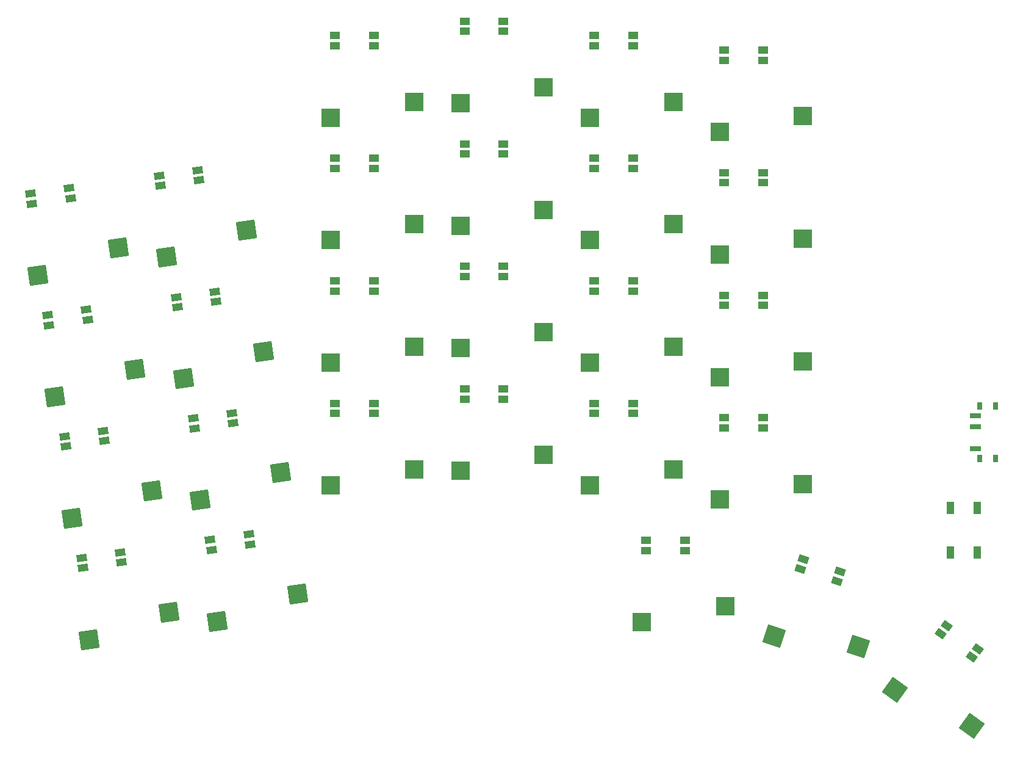
<source format=gbr>
%TF.GenerationSoftware,KiCad,Pcbnew,8.0.7-8.0.7-0~ubuntu24.04.1*%
%TF.CreationDate,2025-01-01T23:44:26+01:00*%
%TF.ProjectId,speedy-o_north-face-finished-extended_VCC,73706565-6479-42d6-9f5f-6e6f7274682d,v1.0.0*%
%TF.SameCoordinates,Original*%
%TF.FileFunction,Paste,Top*%
%TF.FilePolarity,Positive*%
%FSLAX46Y46*%
G04 Gerber Fmt 4.6, Leading zero omitted, Abs format (unit mm)*
G04 Created by KiCad (PCBNEW 8.0.7-8.0.7-0~ubuntu24.04.1) date 2025-01-01 23:44:26*
%MOMM*%
%LPD*%
G01*
G04 APERTURE LIST*
G04 Aperture macros list*
%AMRotRect*
0 Rectangle, with rotation*
0 The origin of the aperture is its center*
0 $1 length*
0 $2 width*
0 $3 Rotation angle, in degrees counterclockwise*
0 Add horizontal line*
21,1,$1,$2,0,0,$3*%
G04 Aperture macros list end*
%ADD10R,1.100000X1.800000*%
%ADD11R,2.600000X2.600000*%
%ADD12RotRect,2.600000X2.600000X144.000000*%
%ADD13RotRect,2.600000X2.600000X188.000000*%
%ADD14RotRect,2.600000X2.600000X162.000000*%
%ADD15R,0.800000X1.000000*%
%ADD16R,1.500000X0.700000*%
%ADD17R,1.400000X1.000000*%
%ADD18RotRect,1.400000X1.000000X188.000000*%
%ADD19RotRect,1.400000X1.000000X342.000000*%
%ADD20RotRect,1.400000X1.000000X324.000000*%
%ADD21RotRect,1.400000X1.000000X8.000000*%
G04 APERTURE END LIST*
D10*
%TO.C,B1*%
X220863100Y-138106300D03*
X220863100Y-144306300D03*
X217163100Y-138106300D03*
X217163100Y-144306300D03*
%TD*%
D11*
%TO.C,S15*%
X149138100Y-98956300D03*
X160688100Y-96756300D03*
%TD*%
%TO.C,S13*%
X149138100Y-132956300D03*
X160688100Y-130756300D03*
%TD*%
D12*
%TO.C,S27*%
X209466247Y-163294954D03*
X220103521Y-168304037D03*
%TD*%
D11*
%TO.C,S12*%
X131138100Y-83956300D03*
X142688100Y-81756300D03*
%TD*%
%TO.C,S22*%
X185138100Y-119956300D03*
X196688100Y-117756300D03*
%TD*%
%TO.C,S11*%
X131138100Y-100956300D03*
X142688100Y-98756300D03*
%TD*%
%TO.C,S19*%
X167138100Y-100956300D03*
X178688100Y-98756300D03*
%TD*%
%TO.C,S25*%
X174338100Y-153956300D03*
X185888100Y-151756300D03*
%TD*%
%TO.C,S16*%
X149138100Y-81956300D03*
X160688100Y-79756300D03*
%TD*%
%TO.C,S23*%
X185138100Y-102956300D03*
X196688100Y-100756300D03*
%TD*%
D13*
%TO.C,S4*%
X90487152Y-105844187D03*
X101618567Y-102058148D03*
%TD*%
D11*
%TO.C,S24*%
X185138100Y-85956300D03*
X196688100Y-83756300D03*
%TD*%
%TO.C,S20*%
X167138100Y-83956300D03*
X178688100Y-81756300D03*
%TD*%
%TO.C,S21*%
X185138100Y-136956300D03*
X196688100Y-134756300D03*
%TD*%
%TO.C,S10*%
X131138100Y-117956300D03*
X142688100Y-115756300D03*
%TD*%
D13*
%TO.C,S8*%
X108311952Y-103339087D03*
X119443367Y-99553048D03*
%TD*%
D11*
%TO.C,S18*%
X167138100Y-117956300D03*
X178688100Y-115756300D03*
%TD*%
D14*
%TO.C,S26*%
X192659739Y-155853056D03*
X204324279Y-157329878D03*
%TD*%
D11*
%TO.C,S14*%
X149138100Y-115956300D03*
X160688100Y-113756300D03*
%TD*%
D13*
%TO.C,S2*%
X95219052Y-139513287D03*
X106350467Y-135727248D03*
%TD*%
D11*
%TO.C,S9*%
X131138100Y-134956300D03*
X142688100Y-132756300D03*
%TD*%
D13*
%TO.C,S7*%
X110677852Y-120173687D03*
X121809267Y-116387648D03*
%TD*%
%TO.C,S1*%
X97584952Y-156347887D03*
X108716367Y-152561848D03*
%TD*%
%TO.C,S6*%
X113043852Y-137008187D03*
X124175267Y-133222148D03*
%TD*%
D15*
%TO.C,T1*%
X221233100Y-131256300D03*
X223443100Y-131256300D03*
D16*
X220583100Y-125356300D03*
D15*
X221233100Y-123956300D03*
X223443100Y-123956300D03*
D16*
X220583100Y-129856300D03*
X220583100Y-126856300D03*
%TD*%
D13*
%TO.C,S5*%
X115409752Y-153842787D03*
X126541167Y-150056748D03*
%TD*%
%TO.C,S3*%
X92853052Y-122678787D03*
X103984467Y-118892748D03*
%TD*%
D11*
%TO.C,S17*%
X167138100Y-134956300D03*
X178688100Y-132756300D03*
%TD*%
D17*
%TO.C,LED24*%
X191113100Y-74606300D03*
X191113100Y-76006300D03*
X185713100Y-76006300D03*
X185713100Y-74606300D03*
%TD*%
%TO.C,LED14*%
X155113100Y-104606300D03*
X155113100Y-106006300D03*
X149713100Y-106006300D03*
X149713100Y-104606300D03*
%TD*%
D18*
%TO.C,LED8*%
X107496597Y-93405955D03*
X107301755Y-92019580D03*
X112649203Y-91268045D03*
X112844045Y-92654420D03*
%TD*%
D17*
%TO.C,LED23*%
X185713100Y-93006300D03*
X185713100Y-91606300D03*
X191113100Y-91606300D03*
X191113100Y-93006300D03*
%TD*%
D18*
%TO.C,LED6*%
X112228497Y-127075055D03*
X112033655Y-125688680D03*
X117381103Y-124937145D03*
X117575945Y-126323520D03*
%TD*%
D17*
%TO.C,LED10*%
X137113100Y-106606300D03*
X137113100Y-108006300D03*
X131713100Y-108006300D03*
X131713100Y-106606300D03*
%TD*%
%TO.C,LED15*%
X149713100Y-89006300D03*
X149713100Y-87606300D03*
X155113100Y-87606300D03*
X155113100Y-89006300D03*
%TD*%
%TO.C,LED13*%
X149713100Y-123006300D03*
X149713100Y-121606300D03*
X155113100Y-121606300D03*
X155113100Y-123006300D03*
%TD*%
D19*
%TO.C,LED26*%
X201849664Y-146904906D03*
X201417041Y-148236384D03*
X196281336Y-146567694D03*
X196713959Y-145236216D03*
%TD*%
D20*
%TO.C,LED27*%
X220971496Y-157624608D03*
X220148596Y-158757232D03*
X215779904Y-155583192D03*
X216602804Y-154450568D03*
%TD*%
D17*
%TO.C,LED21*%
X185713100Y-127006300D03*
X185713100Y-125606300D03*
X191113100Y-125606300D03*
X191113100Y-127006300D03*
%TD*%
D21*
%TO.C,LED5*%
X119747003Y-141771645D03*
X119941845Y-143158020D03*
X114594397Y-143909555D03*
X114399555Y-142523180D03*
%TD*%
D17*
%TO.C,LED17*%
X167713100Y-125006300D03*
X167713100Y-123606300D03*
X173113100Y-123606300D03*
X173113100Y-125006300D03*
%TD*%
%TO.C,LED9*%
X131713100Y-125006300D03*
X131713100Y-123606300D03*
X137113100Y-123606300D03*
X137113100Y-125006300D03*
%TD*%
%TO.C,LED19*%
X167713100Y-91006300D03*
X167713100Y-89606300D03*
X173113100Y-89606300D03*
X173113100Y-91006300D03*
%TD*%
%TO.C,LED18*%
X173113100Y-106606300D03*
X173113100Y-108006300D03*
X167713100Y-108006300D03*
X167713100Y-106606300D03*
%TD*%
%TO.C,LED25*%
X180313100Y-142606300D03*
X180313100Y-144006300D03*
X174913100Y-144006300D03*
X174913100Y-142606300D03*
%TD*%
%TO.C,LED12*%
X137113100Y-72606300D03*
X137113100Y-74006300D03*
X131713100Y-74006300D03*
X131713100Y-72606300D03*
%TD*%
%TO.C,LED16*%
X155113100Y-70606300D03*
X155113100Y-72006300D03*
X149713100Y-72006300D03*
X149713100Y-70606300D03*
%TD*%
%TO.C,LED11*%
X131713100Y-91006300D03*
X131713100Y-89606300D03*
X137113100Y-89606300D03*
X137113100Y-91006300D03*
%TD*%
D21*
%TO.C,LED7*%
X115015103Y-108102545D03*
X115209945Y-109488920D03*
X109862497Y-110240455D03*
X109667655Y-108854080D03*
%TD*%
%TO.C,LED3*%
X97190303Y-110607645D03*
X97385145Y-111994020D03*
X92037697Y-112745555D03*
X91842855Y-111359180D03*
%TD*%
D17*
%TO.C,LED22*%
X191113100Y-108606300D03*
X191113100Y-110006300D03*
X185713100Y-110006300D03*
X185713100Y-108606300D03*
%TD*%
D21*
%TO.C,LED1*%
X101922203Y-144276745D03*
X102117045Y-145663120D03*
X96769597Y-146414655D03*
X96574755Y-145028280D03*
%TD*%
D18*
%TO.C,LED4*%
X89671797Y-95911055D03*
X89476955Y-94524680D03*
X94824403Y-93773145D03*
X95019245Y-95159520D03*
%TD*%
%TO.C,LED2*%
X94403597Y-129580155D03*
X94208755Y-128193780D03*
X99556203Y-127442245D03*
X99751045Y-128828620D03*
%TD*%
D17*
%TO.C,LED20*%
X173113100Y-72606300D03*
X173113100Y-74006300D03*
X167713100Y-74006300D03*
X167713100Y-72606300D03*
%TD*%
M02*

</source>
